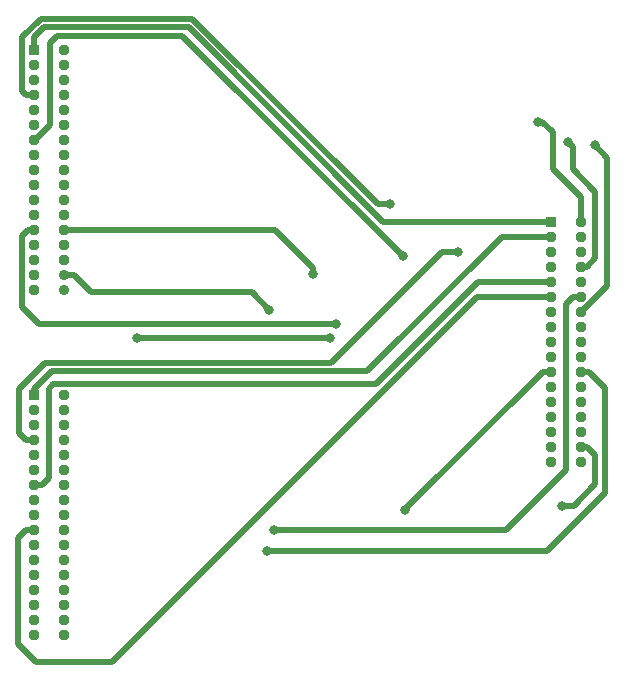
<source format=gbr>
%TF.GenerationSoftware,KiCad,Pcbnew,7.0.7*%
%TF.CreationDate,2023-09-12T23:11:04-05:00*%
%TF.ProjectId,Heater_South,48656174-6572-45f5-936f-7574682e6b69,rev?*%
%TF.SameCoordinates,Original*%
%TF.FileFunction,Copper,L1,Top*%
%TF.FilePolarity,Positive*%
%FSLAX46Y46*%
G04 Gerber Fmt 4.6, Leading zero omitted, Abs format (unit mm)*
G04 Created by KiCad (PCBNEW 7.0.7) date 2023-09-12 23:11:04*
%MOMM*%
%LPD*%
G01*
G04 APERTURE LIST*
%TA.AperFunction,ComponentPad*%
%ADD10R,0.940800X0.940800*%
%TD*%
%TA.AperFunction,ComponentPad*%
%ADD11C,0.940800*%
%TD*%
%TA.AperFunction,ComponentPad*%
%ADD12C,0.890000*%
%TD*%
%TA.AperFunction,ViaPad*%
%ADD13C,0.800000*%
%TD*%
%TA.AperFunction,Conductor*%
%ADD14C,0.508000*%
%TD*%
G04 APERTURE END LIST*
D10*
%TO.P,J2,1,Pin_1*%
%TO.N,/HB2_1*%
X93969840Y-80010000D03*
D11*
%TO.P,J2,2,Pin_2*%
%TO.N,/HB2_2*%
X96530160Y-80010000D03*
%TO.P,J2,3,Pin_3*%
%TO.N,unconnected-(J2-Pin_3-Pad3)*%
X93980000Y-81280000D03*
%TO.P,J2,4,Pin_4*%
%TO.N,unconnected-(J2-Pin_4-Pad4)*%
X96520000Y-81280000D03*
%TO.P,J2,5,Pin_5*%
%TO.N,unconnected-(J2-Pin_5-Pad5)*%
X93980000Y-82550000D03*
%TO.P,J2,6,Pin_6*%
%TO.N,unconnected-(J2-Pin_6-Pad6)*%
X96520000Y-82550000D03*
%TO.P,J2,7,Pin_7*%
%TO.N,/HB2_7*%
X93980000Y-83820000D03*
%TO.P,J2,8,Pin_8*%
%TO.N,/HB2_8*%
X96520000Y-83820000D03*
%TO.P,J2,9,Pin_9*%
%TO.N,unconnected-(J2-Pin_9-Pad9)*%
X93980000Y-85090000D03*
%TO.P,J2,10,Pin_10*%
%TO.N,unconnected-(J2-Pin_10-Pad10)*%
X96520000Y-85090000D03*
%TO.P,J2,11,Pin_11*%
%TO.N,unconnected-(J2-Pin_11-Pad11)*%
X93980000Y-86360000D03*
%TO.P,J2,12,Pin_12*%
%TO.N,unconnected-(J2-Pin_12-Pad12)*%
X96520000Y-86360000D03*
%TO.P,J2,13,Pin_13*%
%TO.N,/HB2_13*%
X93980000Y-87630000D03*
%TO.P,J2,14,Pin_14*%
%TO.N,/HB2_14*%
X96520000Y-87630000D03*
%TO.P,J2,15,Pin_15*%
%TO.N,unconnected-(J2-Pin_15-Pad15)*%
X93980000Y-88900000D03*
%TO.P,J2,16,Pin_16*%
%TO.N,unconnected-(J2-Pin_16-Pad16)*%
X96520000Y-88900000D03*
%TO.P,J2,17,Pin_17*%
%TO.N,unconnected-(J2-Pin_17-Pad17)*%
X93980000Y-90170000D03*
%TO.P,J2,18,Pin_18*%
%TO.N,unconnected-(J2-Pin_18-Pad18)*%
X96520000Y-90170000D03*
%TO.P,J2,19,Pin_19*%
%TO.N,/HB2_19*%
X93980000Y-91440000D03*
%TO.P,J2,20,Pin_20*%
%TO.N,/HB2_20*%
X96520000Y-91440000D03*
%TO.P,J2,21,Pin_21*%
%TO.N,unconnected-(J2-Pin_21-Pad21)*%
X93980000Y-92710000D03*
%TO.P,J2,22,Pin_22*%
%TO.N,unconnected-(J2-Pin_22-Pad22)*%
X96520000Y-92710000D03*
%TO.P,J2,23,Pin_23*%
%TO.N,unconnected-(J2-Pin_23-Pad23)*%
X93980000Y-93980000D03*
%TO.P,J2,24,Pin_24*%
%TO.N,unconnected-(J2-Pin_24-Pad24)*%
X96520000Y-93980000D03*
%TO.P,J2,25,Pin_25*%
%TO.N,/HB2_25*%
X93980000Y-95250000D03*
%TO.P,J2,26,Pin_26*%
%TO.N,/HB2_26*%
X96520000Y-95250000D03*
%TO.P,J2,27,Pin_27*%
%TO.N,unconnected-(J2-Pin_27-Pad27)*%
X93980000Y-96520000D03*
%TO.P,J2,28,Pin_28*%
%TO.N,unconnected-(J2-Pin_28-Pad28)*%
X96520000Y-96520000D03*
%TO.P,J2,29,Pin_29*%
%TO.N,unconnected-(J2-Pin_29-Pad29)*%
X93980000Y-97790000D03*
%TO.P,J2,30,Pin_30*%
%TO.N,unconnected-(J2-Pin_30-Pad30)*%
X96520000Y-97790000D03*
%TO.P,J2,31,Pin_31*%
%TO.N,unconnected-(J2-Pin_31-Pad31)*%
X93980000Y-99060000D03*
%TO.P,J2,32,Pin_32*%
%TO.N,unconnected-(J2-Pin_32-Pad32)*%
X96520000Y-99060000D03*
%TO.P,J2,33,Pin_33*%
%TO.N,unconnected-(J2-Pin_33-Pad33)*%
X93980000Y-100330000D03*
%TO.P,J2,34,Pin_34*%
%TO.N,unconnected-(J2-Pin_34-Pad34)*%
X96520000Y-100330000D03*
%TD*%
D10*
%TO.P,J3,1,Pin_1*%
%TO.N,/HB1_1*%
X137719840Y-65340000D03*
D11*
%TO.P,J3,2,Pin_2*%
%TO.N,/HB1_2*%
X140280160Y-65340000D03*
%TO.P,J3,3,Pin_3*%
%TO.N,/HB2_1*%
X137730000Y-66610000D03*
%TO.P,J3,4,Pin_4*%
%TO.N,/HB2_2*%
X140270000Y-66610000D03*
%TO.P,J3,5,Pin_5*%
%TO.N,/HB2_7*%
X137730000Y-67880000D03*
%TO.P,J3,6,Pin_6*%
%TO.N,/HB2_8*%
X140270000Y-67880000D03*
%TO.P,J3,7,Pin_7*%
%TO.N,/HB1_7*%
X137730000Y-69150000D03*
%TO.P,J3,8,Pin_8*%
%TO.N,/HB1_8*%
X140270000Y-69150000D03*
%TO.P,J3,9,Pin_9*%
%TO.N,/HB2_13*%
X137730000Y-70420000D03*
%TO.P,J3,10,Pin_10*%
%TO.N,/HB2_14*%
X140270000Y-70420000D03*
%TO.P,J3,11,Pin_11*%
%TO.N,/HB2_19*%
X137730000Y-71690000D03*
%TO.P,J3,12,Pin_12*%
%TO.N,/HB2_20*%
X140270000Y-71690000D03*
%TO.P,J3,13,Pin_13*%
%TO.N,/HB1_13*%
X137730000Y-72960000D03*
%TO.P,J3,14,Pin_14*%
%TO.N,/HB1_14*%
X140270000Y-72960000D03*
%TO.P,J3,15,Pin_15*%
%TO.N,unconnected-(J3-Pin_15-Pad15)*%
X137730000Y-74230000D03*
%TO.P,J3,16,Pin_16*%
%TO.N,unconnected-(J3-Pin_16-Pad16)*%
X140270000Y-74230000D03*
%TO.P,J3,17,Pin_17*%
%TO.N,unconnected-(J3-Pin_17-Pad17)*%
X137730000Y-75500000D03*
%TO.P,J3,18,Pin_18*%
%TO.N,unconnected-(J3-Pin_18-Pad18)*%
X140270000Y-75500000D03*
%TO.P,J3,19,Pin_19*%
%TO.N,unconnected-(J3-Pin_19-Pad19)*%
X137730000Y-76770000D03*
%TO.P,J3,20,Pin_20*%
%TO.N,unconnected-(J3-Pin_20-Pad20)*%
X140270000Y-76770000D03*
%TO.P,J3,21,Pin_21*%
%TO.N,/HB2_25*%
X137730000Y-78040000D03*
%TO.P,J3,22,Pin_22*%
%TO.N,/HB2_26*%
X140270000Y-78040000D03*
%TO.P,J3,23,Pin_23*%
%TO.N,unconnected-(J3-Pin_23-Pad23)*%
X137730000Y-79310000D03*
%TO.P,J3,24,Pin_24*%
%TO.N,unconnected-(J3-Pin_24-Pad24)*%
X140270000Y-79310000D03*
%TO.P,J3,25,Pin_25*%
%TO.N,/HB1_25*%
X137730000Y-80580000D03*
%TO.P,J3,26,Pin_26*%
%TO.N,/HB1_26*%
X140270000Y-80580000D03*
%TO.P,J3,27,Pin_27*%
%TO.N,unconnected-(J3-Pin_27-Pad27)*%
X137730000Y-81850000D03*
%TO.P,J3,28,Pin_28*%
%TO.N,unconnected-(J3-Pin_28-Pad28)*%
X140270000Y-81850000D03*
%TO.P,J3,29,Pin_29*%
%TO.N,unconnected-(J3-Pin_29-Pad29)*%
X137730000Y-83120000D03*
%TO.P,J3,30,Pin_30*%
%TO.N,unconnected-(J3-Pin_30-Pad30)*%
X140270000Y-83120000D03*
%TO.P,J3,31,Pin_31*%
%TO.N,/HB1_31*%
X137730000Y-84390000D03*
%TO.P,J3,32,Pin_32*%
%TO.N,/HB1_32*%
X140270000Y-84390000D03*
%TO.P,J3,33,Pin_33*%
%TO.N,unconnected-(J3-Pin_33-Pad33)*%
X137730000Y-85660000D03*
%TO.P,J3,34,Pin_34*%
%TO.N,unconnected-(J3-Pin_34-Pad34)*%
X140270000Y-85660000D03*
%TD*%
D10*
%TO.P,J1,1,Pin_1*%
%TO.N,/HB1_1*%
X93969840Y-50800000D03*
D11*
%TO.P,J1,2,Pin_2*%
%TO.N,/HB1_2*%
X96530160Y-50800000D03*
%TO.P,J1,3,Pin_3*%
%TO.N,unconnected-(J1-Pin_3-Pad3)*%
X93980000Y-52070000D03*
%TO.P,J1,4,Pin_4*%
%TO.N,unconnected-(J1-Pin_4-Pad4)*%
X96520000Y-52070000D03*
%TO.P,J1,5,Pin_5*%
%TO.N,unconnected-(J1-Pin_5-Pad5)*%
X93980000Y-53340000D03*
%TO.P,J1,6,Pin_6*%
%TO.N,unconnected-(J1-Pin_6-Pad6)*%
X96520000Y-53340000D03*
%TO.P,J1,7,Pin_7*%
%TO.N,/HB1_7*%
X93980000Y-54610000D03*
%TO.P,J1,8,Pin_8*%
%TO.N,/HB1_8*%
X96520000Y-54610000D03*
%TO.P,J1,9,Pin_9*%
%TO.N,unconnected-(J1-Pin_9-Pad9)*%
X93980000Y-55880000D03*
%TO.P,J1,10,Pin_10*%
%TO.N,unconnected-(J1-Pin_10-Pad10)*%
X96520000Y-55880000D03*
%TO.P,J1,11,Pin_11*%
%TO.N,unconnected-(J1-Pin_11-Pad11)*%
X93980000Y-57150000D03*
%TO.P,J1,12,Pin_12*%
%TO.N,unconnected-(J1-Pin_12-Pad12)*%
X96520000Y-57150000D03*
%TO.P,J1,13,Pin_13*%
%TO.N,/HB1_13*%
X93980000Y-58420000D03*
%TO.P,J1,14,Pin_14*%
%TO.N,/HB1_14*%
X96520000Y-58420000D03*
%TO.P,J1,15,Pin_15*%
%TO.N,unconnected-(J1-Pin_15-Pad15)*%
X93980000Y-59690000D03*
%TO.P,J1,16,Pin_16*%
%TO.N,unconnected-(J1-Pin_16-Pad16)*%
X96520000Y-59690000D03*
%TO.P,J1,17,Pin_17*%
%TO.N,unconnected-(J1-Pin_17-Pad17)*%
X93980000Y-60960000D03*
%TO.P,J1,18,Pin_18*%
%TO.N,unconnected-(J1-Pin_18-Pad18)*%
X96520000Y-60960000D03*
%TO.P,J1,19,Pin_19*%
%TO.N,unconnected-(J1-Pin_19-Pad19)*%
X93980000Y-62230000D03*
%TO.P,J1,20,Pin_20*%
%TO.N,unconnected-(J1-Pin_20-Pad20)*%
X96520000Y-62230000D03*
%TO.P,J1,21,Pin_21*%
%TO.N,unconnected-(J1-Pin_21-Pad21)*%
X93980000Y-63500000D03*
%TO.P,J1,22,Pin_22*%
%TO.N,unconnected-(J1-Pin_22-Pad22)*%
X96520000Y-63500000D03*
%TO.P,J1,23,Pin_23*%
%TO.N,unconnected-(J1-Pin_23-Pad23)*%
X93980000Y-64770000D03*
%TO.P,J1,24,Pin_24*%
%TO.N,unconnected-(J1-Pin_24-Pad24)*%
X96520000Y-64770000D03*
%TO.P,J1,25,Pin_25*%
%TO.N,/HB1_25*%
X93980000Y-66040000D03*
%TO.P,J1,26,Pin_26*%
%TO.N,/HB1_26*%
X96520000Y-66040000D03*
%TO.P,J1,27,Pin_27*%
%TO.N,unconnected-(J1-Pin_27-Pad27)*%
X93980000Y-67310000D03*
%TO.P,J1,28,Pin_28*%
%TO.N,unconnected-(J1-Pin_28-Pad28)*%
X96520000Y-67310000D03*
%TO.P,J1,29,Pin_29*%
%TO.N,unconnected-(J1-Pin_29-Pad29)*%
X93980000Y-68580000D03*
%TO.P,J1,30,Pin_30*%
%TO.N,unconnected-(J1-Pin_30-Pad30)*%
X96520000Y-68580000D03*
%TO.P,J1,31,Pin_31*%
%TO.N,/HB1_31*%
X93980000Y-69850000D03*
D12*
%TO.P,J1,32,Pin_32*%
%TO.N,/HB1_32*%
X96520000Y-69850000D03*
D11*
%TO.P,J1,33,Pin_33*%
%TO.N,unconnected-(J1-Pin_33-Pad33)*%
X93980000Y-71120000D03*
D12*
%TO.P,J1,34,Pin_34*%
%TO.N,unconnected-(J1-Pin_34-Pad34)*%
X96520000Y-71120000D03*
%TD*%
D13*
%TO.N,/HB1_7*%
X124100000Y-63900000D03*
%TO.N,/HB1_2*%
X136600000Y-56900000D03*
%TO.N,/HB1_8*%
X139200000Y-58600000D03*
%TO.N,/HB1_13*%
X125200000Y-68300000D03*
%TO.N,/HB1_14*%
X141460515Y-58900000D03*
%TO.N,/HB1_25*%
X119500000Y-74000000D03*
%TO.N,/HB1_26*%
X117600000Y-69800000D03*
%TO.N,/HB1_31*%
X102700000Y-75200000D03*
X119000000Y-75200000D03*
%TO.N,/HB1_32*%
X138700000Y-89400000D03*
X113900000Y-72800000D03*
%TO.N,/HB2_7*%
X129900000Y-67880000D03*
%TO.N,/HB2_20*%
X114300000Y-91440000D03*
%TO.N,/HB2_25*%
X125400000Y-89800000D03*
%TO.N,/HB2_26*%
X113729739Y-93218000D03*
%TD*%
D14*
%TO.N,/HB2_7*%
X93314754Y-83820000D02*
X93980000Y-83820000D01*
X92700000Y-83205246D02*
X93314754Y-83820000D01*
X92700000Y-79512000D02*
X92700000Y-83205246D01*
X128520000Y-67880000D02*
X119092000Y-77308000D01*
X119092000Y-77308000D02*
X94904000Y-77308000D01*
X129900000Y-67880000D02*
X128520000Y-67880000D01*
X94904000Y-77308000D02*
X92700000Y-79512000D01*
%TO.N,/HB1_7*%
X93314754Y-54610000D02*
X93980000Y-54610000D01*
X92964000Y-54259246D02*
X93314754Y-54610000D01*
X92964000Y-49734736D02*
X92964000Y-54259246D01*
X106984000Y-48184000D02*
X94514736Y-48184000D01*
X94514736Y-48184000D02*
X92964000Y-49734736D01*
X107367264Y-48200000D02*
X107000000Y-48200000D01*
X107000000Y-48200000D02*
X106984000Y-48184000D01*
X123067264Y-63900000D02*
X107367264Y-48200000D01*
X124100000Y-63900000D02*
X123067264Y-63900000D01*
%TO.N,/HB1_31*%
X102700000Y-75200000D02*
X119000000Y-75200000D01*
%TO.N,/HB1_25*%
X93460000Y-66040000D02*
X93980000Y-66040000D01*
X92964000Y-66536000D02*
X93460000Y-66040000D01*
X94400000Y-74000000D02*
X92964000Y-72564000D01*
X92964000Y-72564000D02*
X92964000Y-66536000D01*
X119500000Y-74000000D02*
X94400000Y-74000000D01*
%TO.N,/HB1_32*%
X140790000Y-84390000D02*
X140270000Y-84390000D01*
X141500000Y-85100000D02*
X140790000Y-84390000D01*
X141500000Y-87600000D02*
X141500000Y-85100000D01*
X138700000Y-89400000D02*
X139700000Y-89400000D01*
X139700000Y-89400000D02*
X141500000Y-87600000D01*
X97350000Y-69850000D02*
X96520000Y-69850000D01*
X98800000Y-71300000D02*
X97350000Y-69850000D01*
X112400000Y-71300000D02*
X98800000Y-71300000D01*
X113900000Y-72800000D02*
X112400000Y-71300000D01*
%TO.N,/HB2_1*%
X93969840Y-79530160D02*
X93969840Y-80010000D01*
X95484000Y-78016000D02*
X93969840Y-79530160D01*
X122184000Y-78016000D02*
X95484000Y-78016000D01*
X137730000Y-66610000D02*
X133590000Y-66610000D01*
X133590000Y-66610000D02*
X122184000Y-78016000D01*
%TO.N,/HB1_14*%
X140307300Y-72960000D02*
X140270000Y-72960000D01*
X141460515Y-58900000D02*
X142500000Y-59939485D01*
X142500000Y-59939485D02*
X142500000Y-70767300D01*
X142500000Y-70767300D02*
X140307300Y-72960000D01*
%TO.N,/HB1_2*%
X140280160Y-63280160D02*
X140280160Y-65340000D01*
X137900000Y-57800000D02*
X137900000Y-60900000D01*
X137000000Y-56900000D02*
X137900000Y-57800000D01*
X136600000Y-56900000D02*
X137000000Y-56900000D01*
X137900000Y-60900000D02*
X140280160Y-63280160D01*
%TO.N,/HB1_8*%
X140750000Y-69150000D02*
X140270000Y-69150000D01*
X141500000Y-68400000D02*
X140750000Y-69150000D01*
X141500000Y-62800000D02*
X141500000Y-68400000D01*
X139600000Y-59000000D02*
X139600000Y-60900000D01*
X139200000Y-58600000D02*
X139600000Y-59000000D01*
X139600000Y-60900000D02*
X141500000Y-62800000D01*
%TO.N,/HB2_26*%
X140935246Y-78040000D02*
X140270000Y-78040000D01*
X142300000Y-79404754D02*
X140935246Y-78040000D01*
X142300000Y-88317263D02*
X142300000Y-79404754D01*
X113729739Y-93218000D02*
X137399263Y-93218000D01*
X137399263Y-93218000D02*
X142300000Y-88317263D01*
%TO.N,/HB2_25*%
X125400000Y-89704754D02*
X137064754Y-78040000D01*
X137064754Y-78040000D02*
X137730000Y-78040000D01*
X125400000Y-89800000D02*
X125400000Y-89704754D01*
%TO.N,/HB1_1*%
X93969840Y-49730160D02*
X93969840Y-50800000D01*
X106690737Y-48892000D02*
X94808000Y-48892000D01*
X94808000Y-48892000D02*
X93969840Y-49730160D01*
X137719840Y-65340000D02*
X123506000Y-65340000D01*
X123506000Y-65340000D02*
X107074000Y-48908000D01*
X106706737Y-48908000D02*
X106690737Y-48892000D01*
X107074000Y-48908000D02*
X106706737Y-48908000D01*
%TO.N,/HB1_13*%
X95900000Y-49600000D02*
X95300000Y-50200000D01*
X94017300Y-58420000D02*
X93980000Y-58420000D01*
X125196000Y-68300000D02*
X106496000Y-49600000D01*
X95300000Y-57137300D02*
X94017300Y-58420000D01*
X106496000Y-49600000D02*
X95900000Y-49600000D01*
X95300000Y-50200000D02*
X95300000Y-57137300D01*
X125200000Y-68300000D02*
X125196000Y-68300000D01*
%TO.N,/HB1_26*%
X117600000Y-69300000D02*
X114400000Y-66100000D01*
X114300000Y-66100000D02*
X114240000Y-66040000D01*
X117600000Y-69800000D02*
X117600000Y-69300000D01*
X114240000Y-66040000D02*
X96520000Y-66040000D01*
X114400000Y-66100000D02*
X114300000Y-66100000D01*
%TO.N,unconnected-(J1-Pin_29-Pad29)*%
X93980000Y-68620000D02*
X93980000Y-68580000D01*
X93902700Y-68620000D02*
X93980000Y-68620000D01*
%TO.N,/HB2_13*%
X95614400Y-79085600D02*
X95200000Y-79500000D01*
X95200000Y-87075246D02*
X94645246Y-87630000D01*
X95200000Y-79500000D02*
X95200000Y-87075246D01*
X94645246Y-87630000D02*
X93980000Y-87630000D01*
X122914400Y-79085600D02*
X95614400Y-79085600D01*
X137730000Y-70420000D02*
X131580000Y-70420000D01*
X131580000Y-70420000D02*
X122914400Y-79085600D01*
%TO.N,/HB2_19*%
X94116000Y-102616000D02*
X92600000Y-101100000D01*
X137730000Y-71690000D02*
X131502261Y-71690000D01*
X92600000Y-92154754D02*
X93314754Y-91440000D01*
X92600000Y-101100000D02*
X92600000Y-92154754D01*
X93314754Y-91440000D02*
X93980000Y-91440000D01*
X100576261Y-102616000D02*
X94116000Y-102616000D01*
X131502261Y-71690000D02*
X100576261Y-102616000D01*
%TO.N,/HB2_20*%
X139000000Y-86400000D02*
X139000000Y-72294754D01*
X114300000Y-91440000D02*
X133960000Y-91440000D01*
X139604754Y-71690000D02*
X140270000Y-71690000D01*
X139000000Y-72294754D02*
X139604754Y-71690000D01*
X133960000Y-91440000D02*
X139000000Y-86400000D01*
%TD*%
M02*

</source>
